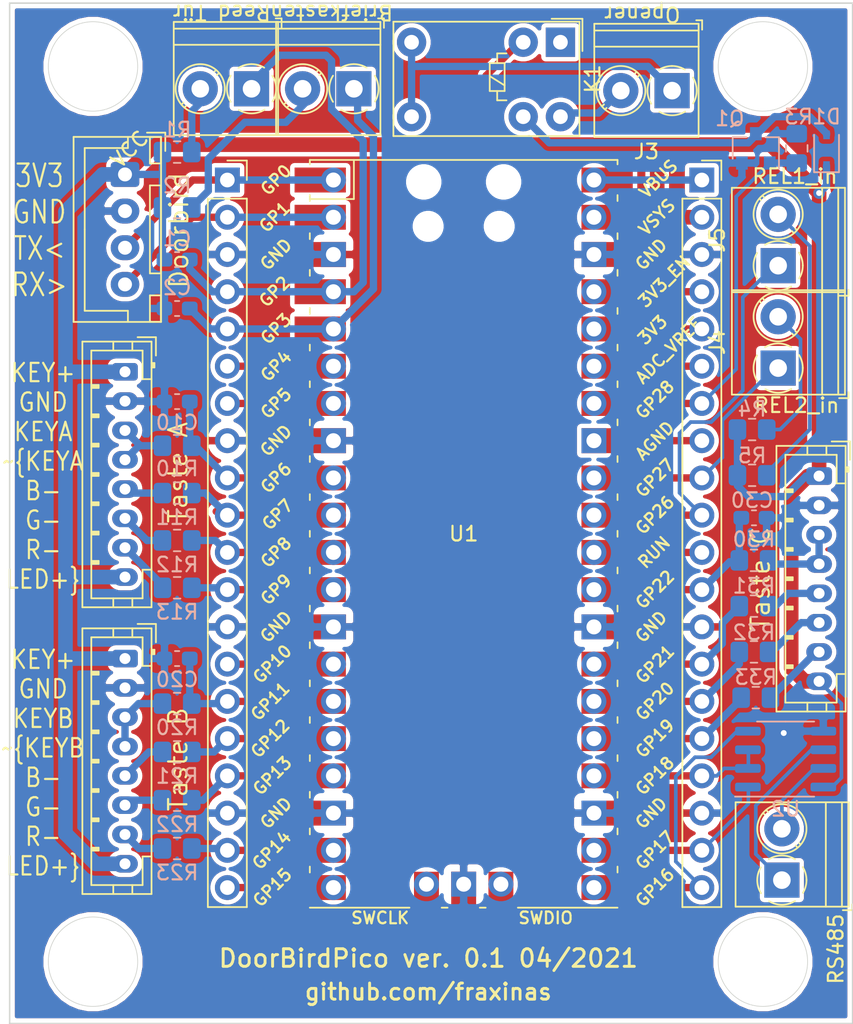
<source format=kicad_pcb>
(kicad_pcb (version 20171130) (host pcbnew 5.1.9)
  (layers (0 F.Cu signal hide) (31 B.Cu signal hide) (34 B.Paste user) (35 F.Paste user) (36 B.SilkS user) (37 F.SilkS user) (38 B.Mask user) (39 F.Mask user) (44 Edge.Cuts user))
  (net 0 "")
  (net 1 GND)
  (net 2 +3V3)
  (net 3 "Net-(J10-Pad5)")
  (net 4 "Net-(J10-Pad3)")
  (net 5 "Net-(U1-Pad43)")
  (net 6 "Net-(U1-Pad41)")
  (net 7 "Net-(C10-Pad2)")
  (net 8 "Net-(C20-Pad2)")
  (net 9 "Net-(J10-Pad6)")
  (net 10 "Net-(J10-Pad7)")
  (net 11 "Net-(C1-Pad1)")
  (net 12 "Net-(J1-Pad2)")
  (net 13 "Net-(J2-Pad2)")
  (net 14 "Net-(C2-Pad1)")
  (net 15 "Net-(J0-Pad4)")
  (net 16 "Net-(J0-Pad3)")
  (net 17 "Net-(J20-Pad7)")
  (net 18 "Net-(J20-Pad6)")
  (net 19 "Net-(J20-Pad5)")
  (net 20 "Net-(J20-Pad3)")
  (net 21 "Net-(C30-Pad1)")
  (net 22 "Net-(D1-Pad2)")
  (net 23 "Net-(J3-Pad2)")
  (net 24 "Net-(J3-Pad1)")
  (net 25 "Net-(J4-Pad2)")
  (net 26 "Net-(J4-Pad1)")
  (net 27 "Net-(J5-Pad2)")
  (net 28 "Net-(J5-Pad1)")
  (net 29 "Net-(J30-Pad7)")
  (net 30 "Net-(J30-Pad6)")
  (net 31 "Net-(J30-Pad5)")
  (net 32 "Net-(J30-Pad3)")
  (net 33 "Net-(J6-Pad2)")
  (net 34 "Net-(J6-Pad1)")
  (net 35 "Net-(J98-Pad20)")
  (net 36 "Net-(J98-Pad19)")
  (net 37 "Net-(J98-Pad17)")
  (net 38 "Net-(J98-Pad16)")
  (net 39 "Net-(J98-Pad15)")
  (net 40 "Net-(J98-Pad14)")
  (net 41 "Net-(J98-Pad11)")
  (net 42 "Net-(J98-Pad8)")
  (net 43 "Net-(J98-Pad7)")
  (net 44 "Net-(J98-Pad6)")
  (net 45 "Net-(J98-Pad5)")
  (net 46 "Net-(J98-Pad4)")
  (net 47 "Net-(J98-Pad1)")
  (net 48 "Net-(J99-Pad20)")
  (net 49 "Net-(J99-Pad19)")
  (net 50 "Net-(J99-Pad17)")
  (net 51 "Net-(J99-Pad16)")
  (net 52 "Net-(J99-Pad14)")
  (net 53 "Net-(J99-Pad12)")
  (net 54 "Net-(J99-Pad11)")
  (net 55 "Net-(J99-Pad10)")
  (net 56 "Net-(J99-Pad7)")
  (net 57 "Net-(J99-Pad6)")
  (module lib_includes:RPi_Pico_SMD_TH (layer F.Cu) (at 152.908 80.391)
    (fp_text reference U1 (at 0 0) (layer F.SilkS))
    (fp_text value PICO_RP2040)
    (fp_text user SWDIO (at 5.6 26.2) (layer F.SilkS) (effects (font (size 0.8 0.8))))
    (fp_text user SWCLK (at -5.7 26.2) (layer F.SilkS) (effects (font (size 0.8 0.8))))
    (fp_text user AGND (at 13.054 -6.35 45) (layer F.SilkS) (effects (font (size 0.8 0.8))))
    (fp_text user GND (at 12.8 -19.05 45) (layer F.SilkS) (effects (font (size 0.8 0.8))))
    (fp_text user GND (at 12.8 6.35 45) (layer F.SilkS) (effects (font (size 0.8 0.8))))
    (fp_text user GND (at 12.8 19.05 45) (layer F.SilkS) (effects (font (size 0.8 0.8))))
    (fp_text user GND (at -12.8 19.05 45) (layer F.SilkS) (effects (font (size 0.8 0.8))))
    (fp_text user GND (at -12.8 6.35 45) (layer F.SilkS) (effects (font (size 0.8 0.8))))
    (fp_text user GND (at -12.8 -6.35 45) (layer F.SilkS) (effects (font (size 0.8 0.8))))
    (fp_text user GND (at -12.8 -19.05 45) (layer F.SilkS) (effects (font (size 0.8 0.8))))
    (fp_text user VBUS (at 13.3 -24.2 45) (layer F.SilkS) (effects (font (size 0.8 0.8))))
    (fp_text user VSYS (at 13.2 -21.59 45) (layer F.SilkS) (effects (font (size 0.8 0.8))))
    (fp_text user 3V3_EN (at 13.7 -17.2 45) (layer F.SilkS) (effects (font (size 0.8 0.8))))
    (fp_text user 3V3 (at 12.9 -13.9 45) (layer F.SilkS) (effects (font (size 0.8 0.8))))
    (fp_text user ADC_VREF (at 14 -12.5 45) (layer F.SilkS) (effects (font (size 0.8 0.8))))
    (fp_text user GP28 (at 13.054 -9.144 45) (layer F.SilkS) (effects (font (size 0.8 0.8))))
    (fp_text user GP27 (at 13.054 -3.8 45) (layer F.SilkS) (effects (font (size 0.8 0.8))))
    (fp_text user GP26 (at 13.054 -1.27 45) (layer F.SilkS) (effects (font (size 0.8 0.8))))
    (fp_text user RUN (at 13 1.27 45) (layer F.SilkS) (effects (font (size 0.8 0.8))))
    (fp_text user GP22 (at 13.054 3.81 45) (layer F.SilkS) (effects (font (size 0.8 0.8))))
    (fp_text user GP21 (at 13.054 8.9 45) (layer F.SilkS) (effects (font (size 0.8 0.8))))
    (fp_text user GP20 (at 13.054 11.43 45) (layer F.SilkS) (effects (font (size 0.8 0.8))))
    (fp_text user GP19 (at 13.054 13.97 45) (layer F.SilkS) (effects (font (size 0.8 0.8))))
    (fp_text user GP18 (at 13.054 16.51 45) (layer F.SilkS) (effects (font (size 0.8 0.8))))
    (fp_text user GP17 (at 13.054 21.59 45) (layer F.SilkS) (effects (font (size 0.8 0.8))))
    (fp_text user GP16 (at 13.054 24.13 45) (layer F.SilkS) (effects (font (size 0.8 0.8))))
    (fp_text user GP15 (at -13.054 24.13 45) (layer F.SilkS) (effects (font (size 0.8 0.8))))
    (fp_text user GP14 (at -13.1 21.59 45) (layer F.SilkS) (effects (font (size 0.8 0.8))))
    (fp_text user GP13 (at -13.054 16.51 45) (layer F.SilkS) (effects (font (size 0.8 0.8))))
    (fp_text user GP12 (at -13.2 13.97 45) (layer F.SilkS) (effects (font (size 0.8 0.8))))
    (fp_text user GP11 (at -13.2 11.43 45) (layer F.SilkS) (effects (font (size 0.8 0.8))))
    (fp_text user GP10 (at -13.054 8.89 45) (layer F.SilkS) (effects (font (size 0.8 0.8))))
    (fp_text user GP9 (at -12.8 3.81 45) (layer F.SilkS) (effects (font (size 0.8 0.8))))
    (fp_text user GP8 (at -12.8 1.27 45) (layer F.SilkS) (effects (font (size 0.8 0.8))))
    (fp_text user GP7 (at -12.7 -1.3 45) (layer F.SilkS) (effects (font (size 0.8 0.8))))
    (fp_text user GP6 (at -12.8 -3.81 45) (layer F.SilkS) (effects (font (size 0.8 0.8))))
    (fp_text user GP5 (at -12.8 -8.89 45) (layer F.SilkS) (effects (font (size 0.8 0.8))))
    (fp_text user GP4 (at -12.8 -11.43 45) (layer F.SilkS) (effects (font (size 0.8 0.8))))
    (fp_text user GP3 (at -12.8 -13.97 45) (layer F.SilkS) (effects (font (size 0.8 0.8))))
    (fp_text user GP0 (at -12.8 -24.13 45) (layer F.SilkS) (effects (font (size 0.8 0.8))))
    (fp_text user GP2 (at -12.9 -16.51 45) (layer F.SilkS) (effects (font (size 0.8 0.8))))
    (fp_text user GP1 (at -12.9 -21.6 45) (layer F.SilkS) (effects (font (size 0.8 0.8))))
    (pad 43 thru_hole oval (at 2.54 23.9) (size 1.7 1.7) (drill 1.02) (layers *.Cu *.Mask) (net 5 "Net-(U1-Pad43)"))
    (pad 43 smd rect (at 2.54 23.9 90) (size 3.5 1.7) (drill (offset -0.9 0)) (layers F.Cu F.Mask) (net 5 "Net-(U1-Pad43)"))
    (pad 42 thru_hole rect (at 0 23.9) (size 1.7 1.7) (drill 1.02) (layers *.Cu *.Mask) (net 1 GND))
    (pad 42 smd rect (at 0 23.9 90) (size 3.5 1.7) (drill (offset -0.9 0)) (layers F.Cu F.Mask) (net 1 GND))
    (pad 41 thru_hole oval (at -2.54 23.9) (size 1.7 1.7) (drill 1.02) (layers *.Cu *.Mask) (net 6 "Net-(U1-Pad41)"))
    (pad 41 smd rect (at -2.54 23.9 90) (size 3.5 1.7) (drill (offset -0.9 0)) (layers F.Cu F.Mask) (net 6 "Net-(U1-Pad41)"))
    (pad "" np_thru_hole oval (at 2.425 -20.97) (size 1.5 1.5) (drill 1.5) (layers *.Cu *.Mask))
    (pad "" np_thru_hole oval (at -2.425 -20.97) (size 1.5 1.5) (drill 1.5) (layers *.Cu *.Mask))
    (pad "" np_thru_hole oval (at 2.725 -24) (size 1.8 1.8) (drill 1.8) (layers *.Cu *.Mask))
    (pad "" np_thru_hole oval (at -2.725 -24) (size 1.8 1.8) (drill 1.8) (layers *.Cu *.Mask))
    (pad 21 smd rect (at 8.89 24.13) (size 3.5 1.7) (drill (offset 0.9 0)) (layers F.Cu F.Mask) (net 35 "Net-(J98-Pad20)"))
    (pad 22 smd rect (at 8.89 21.59) (size 3.5 1.7) (drill (offset 0.9 0)) (layers F.Cu F.Mask) (net 36 "Net-(J98-Pad19)"))
    (pad 23 smd rect (at 8.89 19.05) (size 3.5 1.7) (drill (offset 0.9 0)) (layers F.Cu F.Mask) (net 1 GND))
    (pad 24 smd rect (at 8.89 16.51) (size 3.5 1.7) (drill (offset 0.9 0)) (layers F.Cu F.Mask) (net 37 "Net-(J98-Pad17)"))
    (pad 25 smd rect (at 8.89 13.97) (size 3.5 1.7) (drill (offset 0.9 0)) (layers F.Cu F.Mask) (net 38 "Net-(J98-Pad16)"))
    (pad 26 smd rect (at 8.89 11.43) (size 3.5 1.7) (drill (offset 0.9 0)) (layers F.Cu F.Mask) (net 39 "Net-(J98-Pad15)"))
    (pad 27 smd rect (at 8.89 8.89) (size 3.5 1.7) (drill (offset 0.9 0)) (layers F.Cu F.Mask) (net 40 "Net-(J98-Pad14)"))
    (pad 28 smd rect (at 8.89 6.35) (size 3.5 1.7) (drill (offset 0.9 0)) (layers F.Cu F.Mask) (net 1 GND))
    (pad 29 smd rect (at 8.89 3.81) (size 3.5 1.7) (drill (offset 0.9 0)) (layers F.Cu F.Mask) (net 21 "Net-(C30-Pad1)"))
    (pad 30 smd rect (at 8.89 1.27) (size 3.5 1.7) (drill (offset 0.9 0)) (layers F.Cu F.Mask) (net 41 "Net-(J98-Pad11)"))
    (pad 31 smd rect (at 8.89 -1.27) (size 3.5 1.7) (drill (offset 0.9 0)) (layers F.Cu F.Mask) (net 28 "Net-(J5-Pad1)"))
    (pad 32 smd rect (at 8.89 -3.81) (size 3.5 1.7) (drill (offset 0.9 0)) (layers F.Cu F.Mask) (net 26 "Net-(J4-Pad1)"))
    (pad 33 smd rect (at 8.89 -6.35) (size 3.5 1.7) (drill (offset 0.9 0)) (layers F.Cu F.Mask) (net 42 "Net-(J98-Pad8)"))
    (pad 34 smd rect (at 8.89 -8.89) (size 3.5 1.7) (drill (offset 0.9 0)) (layers F.Cu F.Mask) (net 43 "Net-(J98-Pad7)"))
    (pad 35 smd rect (at 8.89 -11.43) (size 3.5 1.7) (drill (offset 0.9 0)) (layers F.Cu F.Mask) (net 44 "Net-(J98-Pad6)"))
    (pad 36 smd rect (at 8.89 -13.97) (size 3.5 1.7) (drill (offset 0.9 0)) (layers F.Cu F.Mask) (net 45 "Net-(J98-Pad5)"))
    (pad 37 smd rect (at 8.89 -16.51) (size 3.5 1.7) (drill (offset 0.9 0)) (layers F.Cu F.Mask) (net 46 "Net-(J98-Pad4)"))
    (pad 38 smd rect (at 8.89 -19.05) (size 3.5 1.7) (drill (offset 0.9 0)) (layers F.Cu F.Mask) (net 1 GND))
    (pad 39 smd rect (at 8.89 -21.59) (size 3.5 1.7) (drill (offset 0.9 0)) (layers F.Cu F.Mask) (net 2 +3V3))
    (pad 40 smd rect (at 8.89 -24.13) (size 3.5 1.7) (drill (offset 0.9 0)) (layers F.Cu F.Mask) (net 47 "Net-(J98-Pad1)"))
    (pad 20 smd rect (at -8.89 24.13) (size 3.5 1.7) (drill (offset -0.9 0)) (layers F.Cu F.Mask) (net 48 "Net-(J99-Pad20)"))
    (pad 19 smd rect (at -8.89 21.59) (size 3.5 1.7) (drill (offset -0.9 0)) (layers F.Cu F.Mask) (net 49 "Net-(J99-Pad19)"))
    (pad 18 smd rect (at -8.89 19.05) (size 3.5 1.7) (drill (offset -0.9 0)) (layers F.Cu F.Mask) (net 1 GND))
    (pad 17 smd rect (at -8.89 16.51) (size 3.5 1.7) (drill (offset -0.9 0)) (layers F.Cu F.Mask) (net 50 "Net-(J99-Pad17)"))
    (pad 16 smd rect (at -8.89 13.97) (size 3.5 1.7) (drill (offset -0.9 0)) (layers F.Cu F.Mask) (net 51 "Net-(J99-Pad16)"))
    (pad 15 smd rect (at -8.89 11.43) (size 3.5 1.7) (drill (offset -0.9 0)) (layers F.Cu F.Mask) (net 8 "Net-(C20-Pad2)"))
    (pad 14 smd rect (at -8.89 8.89) (size 3.5 1.7) (drill (offset -0.9 0)) (layers F.Cu F.Mask) (net 52 "Net-(J99-Pad14)"))
    (pad 13 smd rect (at -8.89 6.35) (size 3.5 1.7) (drill (offset -0.9 0)) (layers F.Cu F.Mask) (net 1 GND))
    (pad 12 smd rect (at -8.89 3.81) (size 3.5 1.7) (drill (offset -0.9 0)) (layers F.Cu F.Mask) (net 53 "Net-(J99-Pad12)"))
    (pad 11 smd rect (at -8.89 1.27) (size 3.5 1.7) (drill (offset -0.9 0)) (layers F.Cu F.Mask) (net 54 "Net-(J99-Pad11)"))
    (pad 10 smd rect (at -8.89 -1.27) (size 3.5 1.7) (drill (offset -0.9 0)) (layers F.Cu F.Mask) (net 55 "Net-(J99-Pad10)"))
    (pad 9 smd rect (at -8.89 -3.81) (size 3.5 1.7) (drill (offset -0.9 0)) (layers F.Cu F.Mask) (net 7 "Net-(C10-Pad2)"))
    (pad 8 smd rect (at -8.89 -6.35) (size 3.5 1.7) (drill (offset -0.9 0)) (layers F.Cu F.Mask) (net 1 GND))
    (pad 7 smd rect (at -8.89 -8.89) (size 3.5 1.7) (drill (offset -0.9 0)) (layers F.Cu F.Mask) (net 56 "Net-(J99-Pad7)"))
    (pad 6 smd rect (at -8.89 -11.43) (size 3.5 1.7) (drill (offset -0.9 0)) (layers F.Cu F.Mask) (net 57 "Net-(J99-Pad6)"))
    (pad 5 smd rect (at -8.89 -13.97) (size 3.5 1.7) (drill (offset -0.9 0)) (layers F.Cu F.Mask) (net 14 "Net-(C2-Pad1)"))
    (pad 4 smd rect (at -8.89 -16.51) (size 3.5 1.7) (drill (offset -0.9 0)) (layers F.Cu F.Mask) (net 11 "Net-(C1-Pad1)"))
    (pad 3 smd rect (at -8.89 -19.05) (size 3.5 1.7) (drill (offset -0.9 0)) (layers F.Cu F.Mask) (net 1 GND))
    (pad 2 smd rect (at -8.89 -21.59) (size 3.5 1.7) (drill (offset -0.9 0)) (layers F.Cu F.Mask) (net 15 "Net-(J0-Pad4)"))
    (pad 1 smd rect (at -8.89 -24.13) (size 3.5 1.7) (drill (offset -0.9 0)) (layers F.Cu F.Mask) (net 16 "Net-(J0-Pad3)"))
    (pad 40 thru_hole oval (at 8.89 -24.13) (size 1.7 1.7) (drill 1.02) (layers *.Cu *.Mask) (net 47 "Net-(J98-Pad1)"))
    (pad 39 thru_hole oval (at 8.89 -21.59) (size 1.7 1.7) (drill 1.02) (layers *.Cu *.Mask) (net 2 +3V3))
    (pad 38 thru_hole rect (at 8.89 -19.05) (size 1.7 1.7) (drill 1.02) (layers *.Cu *.Mask) (net 1 GND))
    (pad 37 thru_hole oval (at 8.89 -16.51) (size 1.7 1.7) (drill 1.02) (layers *.Cu *.Mask) (net 46 "Net-(J98-Pad4)"))
    (pad 36 thru_hole oval (at 8.89 -13.97) (size 1.7 1.7) (drill 1.02) (layers *.Cu *.Mask) (net 45 "Net-(J98-Pad5)"))
    (pad 35 thru_hole oval (at 8.89 -11.43) (size 1.7 1.7) (drill 1.02) (layers *.Cu *.Mask) (net 44 "Net-(J98-Pad6)"))
    (pad 34 thru_hole oval (at 8.89 -8.89) (size 1.7 1.7) (drill 1.02) (layers *.Cu *.Mask) (net 43 "Net-(J98-Pad7)"))
    (pad 33 thru_hole rect (at 8.89 -6.35) (size 1.7 1.7) (drill 1.02) (layers *.Cu *.Mask) (net 42 "Net-(J98-Pad8)"))
    (pad 32 thru_hole oval (at 8.89 -3.81) (size 1.7 1.7) (drill 1.02) (layers *.Cu *.Mask) (net 26 "Net-(J4-Pad1)"))
    (pad 31 thru_hole oval (at 8.89 -1.27) (size 1.7 1.7) (drill 1.02) (layers *.Cu *.Mask) (net 28 "Net-(J5-Pad1)"))
    (pad 30 thru_hole oval (at 8.89 1.27) (size 1.7 1.7) (drill 1.02) (layers *.Cu *.Mask) (net 41 "Net-(J98-Pad11)"))
    (pad 29 thru_hole oval (at 8.89 3.81) (size 1.7 1.7) (drill 1.02) (layers *.Cu *.Mask) (net 21 "Net-(C30-Pad1)"))
    (pad 28 thru_hole rect (at 8.89 6.35) (size 1.7 1.7) (drill 1.02) (layers *.Cu *.Mask) (net 1 GND))
    (pad 27 thru_hole oval (at 8.89 8.89) (size 1.7 1.7) (drill 1.02) (layers *.Cu *.Mask) (net 40 "Net-(J98-Pad14)"))
    (pad 26 thru_hole oval (at 8.89 11.43) (size 1.7 1.7) (drill 1.02) (layers *.Cu *.Mask) (net 39 "Net-(J98-Pad15)"))
    (pad 25 thru_hole oval (at 8.89 13.97) (size 1.7 1.7) (drill 1.02) (layers *.Cu *.Mask) (net 38 "Net-(J98-Pad16)"))
    (pad 24 thru_hole oval (at 8.89 16.51) (size 1.7 1.7) (drill 1.02) (layers *.Cu *.Mask) (net 37 "Net-(J98-Pad17)"))
    (pad 23 thru_hole rect (at 8.89 19.05) (size 1.7 1.7) (drill 1.02) (layers *.Cu *.Mask) (net 1 GND))
    (pad 22 thru_hole oval (at 8.89 21.59) (size 1.7 1.7) (drill 1.02) (layers *.Cu *.Mask) (net 36 "Net-(J98-Pad19)"))
    (pad 21 thru_hole oval (at 8.89 24.13) (size 1.7 1.7) (drill 1.02) (layers *.Cu *.Mask) (net 35 "Net-(J98-Pad20)"))
    (pad 20 thru_hole oval (at -8.89 24.13) (size 1.7 1.7) (drill 1.02) (layers *.Cu *.Mask) (net 48 "Net-(J99-Pad20)"))
    (pad 19 thru_hole oval (at -8.89 21.59) (size 1.7 1.7) (drill 1.02) (layers *.Cu *.Mask) (net 49 "Net-(J99-Pad19)"))
    (pad 18 thru_hole rect (at -8.89 19.05) (size 1.7 1.7) (drill 1.02) (layers *.Cu *.Mask) (net 1 GND))
    (pad 17 thru_hole oval (at -8.89 16.51) (size 1.7 1.7) (drill 1.02) (layers *.Cu *.Mask) (net 50 "Net-(J99-Pad17)"))
    (pad 16 thru_hole oval (at -8.89 13.97) (size 1.7 1.7) (drill 1.02) (layers *.Cu *.Mask) (net 51 "Net-(J99-Pad16)"))
    (pad 15 thru_hole oval (at -8.89 11.43) (size 1.7 1.7) (drill 1.02) (layers *.Cu *.Mask) (net 8 "Net-(C20-Pad2)"))
    (pad 14 thru_hole oval (at -8.89 8.89) (size 1.7 1.7) (drill 1.02) (layers *.Cu *.Mask) (net 52 "Net-(J99-Pad14)"))
    (pad 13 thru_hole rect (at -8.89 6.35) (size 1.7 1.7) (drill 1.02) (layers *.Cu *.Mask) (net 1 GND))
    (pad 12 thru_hole oval (at -8.89 3.81) (size 1.7 1.7) (drill 1.02) (layers *.Cu *.Mask) (net 53 "Net-(J99-Pad12)"))
    (pad 11 thru_hole oval (at -8.89 1.27) (size 1.7 1.7) (drill 1.02) (layers *.Cu *.Mask) (net 54 "Net-(J99-Pad11)"))
    (pad 10 thru_hole oval (at -8.89 -1.27) (size 1.7 1.7) (drill 1.02) (layers *.Cu *.Mask) (net 55 "Net-(J99-Pad10)"))
    (pad 9 thru_hole oval (at -8.89 -3.81) (size 1.7 1.7) (drill 1.02) (layers *.Cu *.Mask) (net 7 "Net-(C10-Pad2)"))
    (pad 8 thru_hole rect (at -8.89 -6.35) (size 1.7 1.7) (drill 1.02) (layers *.Cu *.Mask) (net 1 GND))
    (pad 7 thru_hole oval (at -8.89 -8.89) (size 1.7 1.7) (drill 1.02) (layers *.Cu *.Mask) (net 56 "Net-(J99-Pad7)"))
    (pad 6 thru_hole oval (at -8.89 -11.43) (size 1.7 1.7) (drill 1.02) (layers *.Cu *.Mask) (net 57 "Net-(J99-Pad6)"))
    (pad 5 thru_hole oval (at -8.89 -13.97) (size 1.7 1.7) (drill 1.02) (layers *.Cu *.Mask) (net 14 "Net-(C2-Pad1)"))
    (pad 4 thru_hole oval (at -8.89 -16.51) (size 1.7 1.7) (drill 1.02) (layers *.Cu *.Mask) (net 11 "Net-(C1-Pad1)"))
    (pad 3 thru_hole rect (at -8.89 -19.05) (size 1.7 1.7) (drill 1.02) (layers *.Cu *.Mask) (net 1 GND))
    (pad 2 thru_hole oval (at -8.89 -21.59) (size 1.7 1.7) (drill 1.02) (layers *.Cu *.Mask) (net 15 "Net-(J0-Pad4)"))
    (pad 1 thru_hole oval (at -8.89 -24.13) (size 1.7 1.7) (drill 1.02) (layers *.Cu *.Mask) (net 16 "Net-(J0-Pad3)"))
  )
  (module Package_SO:SO-8_3.9x4.9mm_P1.27mm (layer B.Cu) (at 174.879 95.758)
    (fp_text reference U2 (at 0 3.4) (layer B.SilkS) (effects (justify mirror)))
    (fp_text value MAX3485)
    (pad 1 smd roundrect (at -2.575 1.905) (size 1.75 0.6) (layers B.Cu B.Paste B.Mask) (net 36 "Net-(J98-Pad19)"))
    (pad 2 smd roundrect (at -2.575 0.635) (size 1.75 0.6) (layers B.Cu B.Paste B.Mask) (net 37 "Net-(J98-Pad17)"))
    (pad 3 smd roundrect (at -2.575 -0.635) (size 1.75 0.6) (layers B.Cu B.Paste B.Mask) (net 37 "Net-(J98-Pad17)"))
    (pad 4 smd roundrect (at -2.575 -1.905) (size 1.75 0.6) (layers B.Cu B.Paste B.Mask) (net 35 "Net-(J98-Pad20)"))
    (pad 5 smd roundrect (at 2.575 -1.905) (size 1.75 0.6) (layers B.Cu B.Paste B.Mask) (net 1 GND))
    (pad 6 smd roundrect (at 2.575 -0.635) (size 1.75 0.6) (layers B.Cu B.Paste B.Mask) (net 34 "Net-(J6-Pad1)"))
    (pad 7 smd roundrect (at 2.575 0.635) (size 1.75 0.6) (layers B.Cu B.Paste B.Mask) (net 33 "Net-(J6-Pad2)"))
    (pad 8 smd roundrect (at 2.575 1.905) (size 1.75 0.6) (layers B.Cu B.Paste B.Mask) (net 2 +3V3))
  )
  (module TerminalBlock_Phoenix:TerminalBlock_Phoenix_PT-1,5-2-3.5-H_1x02_P3.50mm_Horizontal (layer F.Cu) (at 174.625 104.013 90)
    (fp_text reference J6 hide)
    (fp_text value RS485 (at -4.699 3.683 90) (layer F.SilkS))
    (pad 1 thru_hole rect (at 0 0 90) (size 2.4 2.4) (drill 1.2) (layers *.Cu *.Mask) (net 34 "Net-(J6-Pad1)"))
    (pad 2 thru_hole circle (at 3.5 0 90) (size 2.4 2.4) (drill 1.2) (layers *.Cu *.Mask) (net 33 "Net-(J6-Pad2)"))
  )
  (module Resistor_SMD:R_0805_2012Metric_Pad1.20x1.40mm_HandSolder (layer B.Cu) (at 172.847 91.567 180)
    (fp_text reference R33 (at 0 1.397) (layer B.SilkS) (effects (justify mirror)))
    (fp_text value 82R)
    (pad 1 smd roundrect (at -1 0 180) (size 1.2 1.4) (layers B.Cu B.Paste B.Mask) (roundrect_rratio 0.208333) (net 29 "Net-(J30-Pad7)"))
    (pad 2 smd roundrect (at 1 0 180) (size 1.2 1.4) (layers B.Cu B.Paste B.Mask) (roundrect_rratio 0.208333) (net 38 "Net-(J98-Pad16)"))
  )
  (module Resistor_SMD:R_0805_2012Metric_Pad1.20x1.40mm_HandSolder (layer B.Cu) (at 172.72 88.445665 180)
    (fp_text reference R32 (at 0 1.323665) (layer B.SilkS) (effects (justify mirror)))
    (fp_text value 68R)
    (pad 1 smd roundrect (at -1 0 180) (size 1.2 1.4) (layers B.Cu B.Paste B.Mask) (roundrect_rratio 0.208333) (net 30 "Net-(J30-Pad6)"))
    (pad 2 smd roundrect (at 1 0 180) (size 1.2 1.4) (layers B.Cu B.Paste B.Mask) (roundrect_rratio 0.208333) (net 39 "Net-(J98-Pad15)"))
  )
  (module Resistor_SMD:R_0805_2012Metric_Pad1.20x1.40mm_HandSolder (layer B.Cu) (at 172.72 85.324332 180)
    (fp_text reference R31 (at 0 1.377332) (layer B.SilkS) (effects (justify mirror)))
    (fp_text value 22R)
    (pad 1 smd roundrect (at -1 0 180) (size 1.2 1.4) (layers B.Cu B.Paste B.Mask) (roundrect_rratio 0.208333) (net 31 "Net-(J30-Pad5)"))
    (pad 2 smd roundrect (at 1 0 180) (size 1.2 1.4) (layers B.Cu B.Paste B.Mask) (roundrect_rratio 0.208333) (net 40 "Net-(J98-Pad14)"))
  )
  (module Resistor_SMD:R_0805_2012Metric_Pad1.20x1.40mm_HandSolder (layer B.Cu) (at 172.72 82.202999)
    (fp_text reference R30 (at 0 -1.430999) (layer B.SilkS) (effects (justify mirror)))
    (fp_text value 12k)
    (pad 1 smd roundrect (at -1 0) (size 1.2 1.4) (layers B.Cu B.Paste B.Mask) (roundrect_rratio 0.208333) (net 21 "Net-(C30-Pad1)"))
    (pad 2 smd roundrect (at 1 0) (size 1.2 1.4) (layers B.Cu B.Paste B.Mask) (roundrect_rratio 0.208333) (net 32 "Net-(J30-Pad3)"))
  )
  (module Resistor_SMD:R_0805_2012Metric_Pad1.20x1.40mm_HandSolder (layer B.Cu) (at 172.593 76.400333 180)
    (fp_text reference R5 (at 0 1.343333) (layer B.SilkS) (effects (justify mirror)))
    (fp_text value 68k)
    (pad 1 smd roundrect (at -1 0 180) (size 1.2 1.4) (layers B.Cu B.Paste B.Mask) (roundrect_rratio 0.208333) (net 27 "Net-(J5-Pad2)"))
    (pad 2 smd roundrect (at 1 0 180) (size 1.2 1.4) (layers B.Cu B.Paste B.Mask) (roundrect_rratio 0.208333) (net 2 +3V3))
  )
  (module Resistor_SMD:R_0805_2012Metric_Pad1.20x1.40mm_HandSolder (layer B.Cu) (at 172.593 73.279 180)
    (fp_text reference R4 (at 0 1.397) (layer B.SilkS) (effects (justify mirror)))
    (fp_text value 68k)
    (pad 2 smd roundrect (at 1 0 180) (size 1.2 1.4) (layers B.Cu B.Paste B.Mask) (roundrect_rratio 0.208333) (net 2 +3V3))
    (pad 1 smd roundrect (at -1 0 180) (size 1.2 1.4) (layers B.Cu B.Paste B.Mask) (roundrect_rratio 0.208333) (net 25 "Net-(J4-Pad2)"))
  )
  (module Resistor_SMD:R_0805_2012Metric_Pad1.20x1.40mm_HandSolder (layer B.Cu) (at 175.641 54.102 90)
    (fp_text reference R3 (at 2.159 0.127 180) (layer B.SilkS) (effects (justify mirror)))
    (fp_text value 68k)
    (pad 1 smd roundrect (at -1 0 90) (size 1.2 1.4) (layers B.Cu B.Paste B.Mask) (roundrect_rratio 0.208333) (net 43 "Net-(J98-Pad7)"))
    (pad 2 smd roundrect (at 1 0 90) (size 1.2 1.4) (layers B.Cu B.Paste B.Mask) (roundrect_rratio 0.208333) (net 1 GND))
  )
  (module Package_TO_SOT_SMD:SOT-23 (layer B.Cu) (at 172.847 54.102 90)
    (fp_text reference Q1 (at 2.032 -1.778 180) (layer B.SilkS) (effects (justify mirror)))
    (fp_text value AO3400A)
    (pad 1 smd rect (at -1 0.95 90) (size 0.9 0.8) (layers B.Cu B.Paste B.Mask) (net 43 "Net-(J98-Pad7)"))
    (pad 2 smd rect (at -1 -0.95 90) (size 0.9 0.8) (layers B.Cu B.Paste B.Mask) (net 1 GND))
    (pad 3 smd rect (at 1 0 90) (size 0.9 0.8) (layers B.Cu B.Paste B.Mask) (net 22 "Net-(D1-Pad2)"))
  )
  (module Relay_THT:Relay_SPDT_Omron_G5V-1 (layer F.Cu) (at 159.512 46.863 270)
    (fp_text reference K1 (at 2.5 -2.2 90) (layer F.SilkS))
    (fp_text value G5V-1)
    (pad 10 thru_hole circle (at 5.08 0 270) (size 2 2) (drill 1) (layers *.Cu *.Mask) (net 23 "Net-(J3-Pad2)"))
    (pad 9 thru_hole circle (at 5.08 2.54 270) (size 2 2) (drill 1) (layers *.Cu *.Mask) (net 22 "Net-(D1-Pad2)"))
    (pad 1 thru_hole rect (at 0 0 270) (size 2 2) (drill 1) (layers *.Cu *.Mask))
    (pad 2 thru_hole circle (at 0 2.54 270) (size 2 2) (drill 1) (layers *.Cu *.Mask) (net 2 +3V3))
    (pad 6 thru_hole circle (at 5.08 10.16 270) (size 2 2) (drill 1) (layers *.Cu *.Mask) (net 24 "Net-(J3-Pad1)"))
    (pad 5 thru_hole circle (at 0 10.16 270) (size 2 2) (drill 1) (layers *.Cu *.Mask) (net 24 "Net-(J3-Pad1)"))
  )
  (module Connector_JST:JST_PH_B8B-PH-K_1x08_P2.00mm_Vertical (layer F.Cu) (at 177.165 76.454 270)
    (fp_text reference J30 hide)
    (fp_text value "Taste C" (at 7 4 90) (layer F.SilkS) (effects (font (size 1.25 1.25))))
    (pad 1 thru_hole roundrect (at 0 0 270) (size 1.2 1.75) (drill 0.75) (layers *.Cu *.Mask) (roundrect_rratio 0.208333) (net 2 +3V3))
    (pad 2 thru_hole oval (at 2 0 270) (size 1.2 1.75) (drill 0.75) (layers *.Cu *.Mask) (net 1 GND))
    (pad 3 thru_hole oval (at 4 0 270) (size 1.2 1.75) (drill 0.75) (layers *.Cu *.Mask) (net 32 "Net-(J30-Pad3)"))
    (pad 4 thru_hole oval (at 6 0 270) (size 1.2 1.75) (drill 0.75) (layers *.Cu *.Mask) (net 32 "Net-(J30-Pad3)"))
    (pad 5 thru_hole oval (at 8 0 270) (size 1.2 1.75) (drill 0.75) (layers *.Cu *.Mask) (net 31 "Net-(J30-Pad5)"))
    (pad 6 thru_hole oval (at 10 0 270) (size 1.2 1.75) (drill 0.75) (layers *.Cu *.Mask) (net 30 "Net-(J30-Pad6)"))
    (pad 7 thru_hole oval (at 12 0 270) (size 1.2 1.75) (drill 0.75) (layers *.Cu *.Mask) (net 29 "Net-(J30-Pad7)"))
    (pad 8 thru_hole oval (at 14 0 270) (size 1.2 1.75) (drill 0.75) (layers *.Cu *.Mask) (net 2 +3V3))
  )
  (module TerminalBlock_Phoenix:TerminalBlock_Phoenix_PT-1,5-2-3.5-H_1x02_P3.50mm_Horizontal (layer F.Cu) (at 174.371 62.103 90)
    (fp_text reference J5 (at 1.75 -4.16 90) (layer F.SilkS))
    (fp_text value REL2_in (at -9.525 1.27 180) (layer F.SilkS))
    (pad 1 thru_hole rect (at 0 0 90) (size 2.4 2.4) (drill 1.2) (layers *.Cu *.Mask) (net 28 "Net-(J5-Pad1)"))
    (pad 2 thru_hole circle (at 3.5 0 90) (size 2.4 2.4) (drill 1.2) (layers *.Cu *.Mask) (net 27 "Net-(J5-Pad2)"))
  )
  (module TerminalBlock_Phoenix:TerminalBlock_Phoenix_PT-1,5-2-3.5-H_1x02_P3.50mm_Horizontal (layer F.Cu) (at 174.371 69.088 90)
    (fp_text reference J4 (at 1.75 -4.16 90) (layer F.SilkS))
    (fp_text value REL1_in (at 13.081 1.143 180) (layer F.SilkS))
    (pad 2 thru_hole circle (at 3.5 0 90) (size 2.4 2.4) (drill 1.2) (layers *.Cu *.Mask) (net 25 "Net-(J4-Pad2)"))
    (pad 1 thru_hole rect (at 0 0 90) (size 2.4 2.4) (drill 1.2) (layers *.Cu *.Mask) (net 26 "Net-(J4-Pad1)"))
  )
  (module TerminalBlock_Phoenix:TerminalBlock_Phoenix_PT-1,5-2-3.5-H_1x02_P3.50mm_Horizontal (layer F.Cu) (at 167.132 50.165 180)
    (fp_text reference J3 (at 1.75 -4.16) (layer F.SilkS))
    (fp_text value Relay_Opener hide)
    (pad 1 thru_hole rect (at 0 0 180) (size 2.4 2.4) (drill 1.2) (layers *.Cu *.Mask) (net 24 "Net-(J3-Pad1)"))
    (pad 2 thru_hole circle (at 3.5 0 180) (size 2.4 2.4) (drill 1.2) (layers *.Cu *.Mask) (net 23 "Net-(J3-Pad2)"))
  )
  (module Diode_SMD:D_SOD-323 (layer B.Cu) (at 177.673 54.229 90)
    (fp_text reference D1 (at 2.286 0 180) (layer B.SilkS) (effects (justify mirror)))
    (fp_text value 1N4148WS)
    (pad 1 smd rect (at -1.05 0 90) (size 0.6 0.45) (layers B.Cu B.Paste B.Mask) (net 2 +3V3))
    (pad 2 smd rect (at 1.05 0 90) (size 0.6 0.45) (layers B.Cu B.Paste B.Mask) (net 22 "Net-(D1-Pad2)"))
  )
  (module Capacitor_SMD:C_0603_1608Metric_Pad1.08x0.95mm_HandSolder (layer B.Cu) (at 172.72 79.301666)
    (fp_text reference C30 (at -0.127 -1.196666) (layer B.SilkS) (effects (justify mirror)))
    (fp_text value 22nF)
    (pad 1 smd roundrect (at -0.8625 0) (size 1.075 0.95) (layers B.Cu B.Paste B.Mask) (net 21 "Net-(C30-Pad1)"))
    (pad 2 smd roundrect (at 0.8625 0) (size 1.075 0.95) (layers B.Cu B.Paste B.Mask) (net 1 GND))
  )
  (module Connector_PinSocket_2.54mm:PinSocket_1x20_P2.54mm_Vertical (layer F.Cu) (at 169.164 56.261)
    (fp_text reference J98 hide)
    (fp_text value Conn_01x20 hide)
    (pad 1 thru_hole rect (at 0 0) (size 1.7 1.7) (drill 1) (layers *.Cu *.Mask) (net 47 "Net-(J98-Pad1)"))
    (pad 2 thru_hole oval (at 0 2.54) (size 1.7 1.7) (drill 1) (layers *.Cu *.Mask) (net 2 +3V3))
    (pad 3 thru_hole oval (at 0 5.08) (size 1.7 1.7) (drill 1) (layers *.Cu *.Mask) (net 1 GND))
    (pad 4 thru_hole oval (at 0 7.62) (size 1.7 1.7) (drill 1) (layers *.Cu *.Mask) (net 46 "Net-(J98-Pad4)"))
    (pad 5 thru_hole oval (at 0 10.16) (size 1.7 1.7) (drill 1) (layers *.Cu *.Mask) (net 45 "Net-(J98-Pad5)"))
    (pad 6 thru_hole oval (at 0 12.7) (size 1.7 1.7) (drill 1) (layers *.Cu *.Mask) (net 44 "Net-(J98-Pad6)"))
    (pad 7 thru_hole oval (at 0 15.24) (size 1.7 1.7) (drill 1) (layers *.Cu *.Mask) (net 43 "Net-(J98-Pad7)"))
    (pad 8 thru_hole oval (at 0 17.78) (size 1.7 1.7) (drill 1) (layers *.Cu *.Mask) (net 42 "Net-(J98-Pad8)"))
    (pad 9 thru_hole oval (at 0 20.32) (size 1.7 1.7) (drill 1) (layers *.Cu *.Mask) (net 26 "Net-(J4-Pad1)"))
    (pad 10 thru_hole oval (at 0 22.86) (size 1.7 1.7) (drill 1) (layers *.Cu *.Mask) (net 28 "Net-(J5-Pad1)"))
    (pad 11 thru_hole oval (at 0 25.4) (size 1.7 1.7) (drill 1) (layers *.Cu *.Mask) (net 41 "Net-(J98-Pad11)"))
    (pad 12 thru_hole oval (at 0 27.94) (size 1.7 1.7) (drill 1) (layers *.Cu *.Mask) (net 21 "Net-(C30-Pad1)"))
    (pad 13 thru_hole oval (at 0 30.48) (size 1.7 1.7) (drill 1) (layers *.Cu *.Mask) (net 1 GND))
    (pad 14 thru_hole oval (at 0 33.02) (size 1.7 1.7) (drill 1) (layers *.Cu *.Mask) (net 40 "Net-(J98-Pad14)"))
    (pad 15 thru_hole oval (at 0 35.56) (size 1.7 1.7) (drill 1) (layers *.Cu *.Mask) (net 39 "Net-(J98-Pad15)"))
    (pad 16 thru_hole oval (at 0 38.1) (size 1.7 1.7) (drill 1) (layers *.Cu *.Mask) (net 38 "Net-(J98-Pad16)"))
    (pad 17 thru_hole oval (at 0 40.64) (size 1.7 1.7) (drill 1) (layers *.Cu *.Mask) (net 37 "Net-(J98-Pad17)"))
    (pad 18 thru_hole oval (at 0 43.18) (size 1.7 1.7) (drill 1) (layers *.Cu *.Mask) (net 1 GND))
    (pad 19 thru_hole oval (at 0 45.72) (size 1.7 1.7) (drill 1) (layers *.Cu *.Mask) (net 36 "Net-(J98-Pad19)"))
    (pad 20 thru_hole oval (at 0 48.26) (size 1.7 1.7) (drill 1) (layers *.Cu *.Mask) (net 35 "Net-(J98-Pad20)"))
  )
  (module Connector_JST:JST_PH_B8B-PH-K_1x08_P2.00mm_Vertical (layer F.Cu) (at 129.794 69.342 270)
    (fp_text reference J10 hide)
    (fp_text value "Taste A" (at 6.873 -3.62 90) (layer F.SilkS) (effects (font (size 1.25 1.25))))
    (pad 1 thru_hole roundrect (at 0 0 270) (size 1.2 1.75) (drill 0.75) (layers *.Cu *.Mask) (roundrect_rratio 0.208333) (net 2 +3V3))
    (pad 2 thru_hole oval (at 2 0 270) (size 1.2 1.75) (drill 0.75) (layers *.Cu *.Mask) (net 1 GND))
    (pad 3 thru_hole oval (at 4 0 270) (size 1.2 1.75) (drill 0.75) (layers *.Cu *.Mask) (net 4 "Net-(J10-Pad3)"))
    (pad 4 thru_hole oval (at 6 0 270) (size 1.2 1.75) (drill 0.75) (layers *.Cu *.Mask) (net 4 "Net-(J10-Pad3)"))
    (pad 5 thru_hole oval (at 8 0 270) (size 1.2 1.75) (drill 0.75) (layers *.Cu *.Mask) (net 3 "Net-(J10-Pad5)"))
    (pad 6 thru_hole oval (at 10 0 270) (size 1.2 1.75) (drill 0.75) (layers *.Cu *.Mask) (net 9 "Net-(J10-Pad6)"))
    (pad 7 thru_hole oval (at 12 0 270) (size 1.2 1.75) (drill 0.75) (layers *.Cu *.Mask) (net 10 "Net-(J10-Pad7)"))
    (pad 8 thru_hole oval (at 14 0 270) (size 1.2 1.75) (drill 0.75) (layers *.Cu *.Mask) (net 2 +3V3))
  )
  (module TerminalBlock_Phoenix:TerminalBlock_Phoenix_PT-1,5-2-3.5-H_1x02_P3.50mm_Horizontal (layer F.Cu) (at 145.415 50.038 180)
    (fp_text reference J2 hide)
    (fp_text value Reed_Briefkasten hide)
    (pad 1 thru_hole rect (at 0 0 180) (size 2.4 2.4) (drill 1.2) (layers *.Cu *.Mask) (net 14 "Net-(C2-Pad1)"))
    (pad 2 thru_hole circle (at 3.5 0 180) (size 2.4 2.4) (drill 1.2) (layers *.Cu *.Mask) (net 13 "Net-(J2-Pad2)"))
  )
  (module TerminalBlock_Phoenix:TerminalBlock_Phoenix_PT-1,5-2-3.5-H_1x02_P3.50mm_Horizontal (layer F.Cu) (at 138.43 50.038 180)
    (fp_text reference J1 hide)
    (fp_text value Reed_Door hide)
    (pad 1 thru_hole rect (at 0 0 180) (size 2.4 2.4) (drill 1.2) (layers *.Cu *.Mask) (net 11 "Net-(C1-Pad1)"))
    (pad 2 thru_hole circle (at 3.5 0 180) (size 2.4 2.4) (drill 1.2) (layers *.Cu *.Mask) (net 12 "Net-(J1-Pad2)"))
  )
  (module Resistor_SMD:R_0805_2012Metric_Pad1.20x1.40mm_HandSolder (layer B.Cu) (at 133.35 101.854)
    (fp_text reference R23 (at 0 1.65 180) (layer B.SilkS) (effects (justify mirror)))
    (fp_text value 82R)
    (pad 1 smd roundrect (at -1 0) (size 1.2 1.4) (layers B.Cu B.Paste B.Mask) (roundrect_rratio 0.208333) (net 17 "Net-(J20-Pad7)"))
    (pad 2 smd roundrect (at 1 0) (size 1.2 1.4) (layers B.Cu B.Paste B.Mask) (roundrect_rratio 0.208333) (net 49 "Net-(J99-Pad19)"))
  )
  (module Resistor_SMD:R_0805_2012Metric_Pad1.20x1.40mm_HandSolder (layer B.Cu) (at 133.35 98.5605)
    (fp_text reference R22 (at 0 1.65 180) (layer B.SilkS) (effects (justify mirror)))
    (fp_text value 68R)
    (pad 1 smd roundrect (at -1 0) (size 1.2 1.4) (layers B.Cu B.Paste B.Mask) (roundrect_rratio 0.208333) (net 18 "Net-(J20-Pad6)"))
    (pad 2 smd roundrect (at 1 0) (size 1.2 1.4) (layers B.Cu B.Paste B.Mask) (roundrect_rratio 0.208333) (net 50 "Net-(J99-Pad17)"))
  )
  (module Resistor_SMD:R_0805_2012Metric_Pad1.20x1.40mm_HandSolder (layer B.Cu) (at 133.35 95.267)
    (fp_text reference R21 (at 0 1.65 180) (layer B.SilkS) (effects (justify mirror)))
    (fp_text value 22R)
    (pad 1 smd roundrect (at -1 0) (size 1.2 1.4) (layers B.Cu B.Paste B.Mask) (roundrect_rratio 0.208333) (net 19 "Net-(J20-Pad5)"))
    (pad 2 smd roundrect (at 1 0) (size 1.2 1.4) (layers B.Cu B.Paste B.Mask) (roundrect_rratio 0.208333) (net 51 "Net-(J99-Pad16)"))
  )
  (module Resistor_SMD:R_0805_2012Metric_Pad1.20x1.40mm_HandSolder (layer B.Cu) (at 133.35 84.074)
    (fp_text reference R13 (at 0 1.65 180) (layer B.SilkS) (effects (justify mirror)))
    (fp_text value 82R)
    (pad 1 smd roundrect (at -1 0) (size 1.2 1.4) (layers B.Cu B.Paste B.Mask) (roundrect_rratio 0.208333) (net 10 "Net-(J10-Pad7)"))
    (pad 2 smd roundrect (at 1 0) (size 1.2 1.4) (layers B.Cu B.Paste B.Mask) (roundrect_rratio 0.208333) (net 53 "Net-(J99-Pad12)"))
  )
  (module Resistor_SMD:R_0805_2012Metric_Pad1.20x1.40mm_HandSolder (layer B.Cu) (at 133.35 80.844)
    (fp_text reference R12 (at 0 1.65 180) (layer B.SilkS) (effects (justify mirror)))
    (fp_text value 68R)
    (pad 1 smd roundrect (at -1 0) (size 1.2 1.4) (layers B.Cu B.Paste B.Mask) (roundrect_rratio 0.208333) (net 9 "Net-(J10-Pad6)"))
    (pad 2 smd roundrect (at 1 0) (size 1.2 1.4) (layers B.Cu B.Paste B.Mask) (roundrect_rratio 0.208333) (net 54 "Net-(J99-Pad11)"))
  )
  (module Resistor_SMD:R_0805_2012Metric_Pad1.20x1.40mm_HandSolder (layer B.Cu) (at 133.35 77.614)
    (fp_text reference R11 (at 0 1.65 180) (layer B.SilkS) (effects (justify mirror)))
    (fp_text value 22R)
    (pad 1 smd roundrect (at -1 0) (size 1.2 1.4) (layers B.Cu B.Paste B.Mask) (roundrect_rratio 0.208333) (net 3 "Net-(J10-Pad5)"))
    (pad 2 smd roundrect (at 1 0) (size 1.2 1.4) (layers B.Cu B.Paste B.Mask) (roundrect_rratio 0.208333) (net 55 "Net-(J99-Pad10)"))
  )
  (module Resistor_SMD:R_0805_2012Metric_Pad1.20x1.40mm_HandSolder (layer B.Cu) (at 133.35 54.356)
    (fp_text reference R1 (at 0 -1.524) (layer B.SilkS) (effects (justify mirror)))
    (fp_text value 68k)
    (pad 2 smd roundrect (at 1 0) (size 1.2 1.4) (layers B.Cu B.Paste B.Mask) (roundrect_rratio 0.208333) (net 12 "Net-(J1-Pad2)"))
    (pad 1 smd roundrect (at -1 0) (size 1.2 1.4) (layers B.Cu B.Paste B.Mask) (roundrect_rratio 0.208333) (net 2 +3V3))
  )
  (module Capacitor_SMD:C_0603_1608Metric_Pad1.08x0.95mm_HandSolder (layer B.Cu) (at 133.35 88.9)
    (fp_text reference C20 (at 0 1.43 180) (layer B.SilkS) (effects (justify mirror)))
    (fp_text value 22nF)
    (pad 1 smd roundrect (at -0.8625 0) (size 1.075 0.95) (layers B.Cu B.Paste B.Mask) (net 1 GND))
    (pad 2 smd roundrect (at 0.8625 0) (size 1.075 0.95) (layers B.Cu B.Paste B.Mask) (net 8 "Net-(C20-Pad2)"))
  )
  (module Capacitor_SMD:C_0603_1608Metric_Pad1.08x0.95mm_HandSolder (layer B.Cu) (at 133.35 71.374)
    (fp_text reference C10 (at 0 1.43 180) (layer B.SilkS) (effects (justify mirror)))
    (fp_text value 22nF)
    (pad 1 smd roundrect (at -0.8625 0) (size 1.075 0.95) (layers B.Cu B.Paste B.Mask) (net 1 GND))
    (pad 2 smd roundrect (at 0.8625 0) (size 1.075 0.95) (layers B.Cu B.Paste B.Mask) (net 7 "Net-(C10-Pad2)"))
  )
  (module Capacitor_SMD:C_0603_1608Metric_Pad1.08x0.95mm_HandSolder (layer B.Cu) (at 133.35 65.024 180)
    (fp_text reference C2 (at 0 1.43 180) (layer B.SilkS) (effects (justify mirror)))
    (fp_text value 22nF)
    (pad 1 smd roundrect (at -0.8625 0 180) (size 1.075 0.95) (layers B.Cu B.Paste B.Mask) (net 14 "Net-(C2-Pad1)"))
    (pad 2 smd roundrect (at 0.8625 0 180) (size 1.075 0.95) (layers B.Cu B.Paste B.Mask) (net 1 GND))
  )
  (module Capacitor_SMD:C_0603_1608Metric_Pad1.08x0.95mm_HandSolder (layer B.Cu) (at 133.35 61.688 180)
    (fp_text reference C1 (at 0 1.43 180) (layer B.SilkS) (effects (justify mirror)))
    (fp_text value 22nF)
    (pad 2 smd roundrect (at 0.8625 0 180) (size 1.075 0.95) (layers B.Cu B.Paste B.Mask) (net 2 +3V3))
    (pad 1 smd roundrect (at -0.8625 0 180) (size 1.075 0.95) (layers B.Cu B.Paste B.Mask) (net 11 "Net-(C1-Pad1)"))
  )
  (module Connector_PinSocket_2.54mm:PinSocket_1x20_P2.54mm_Vertical (layer F.Cu) (at 136.779 56.261)
    (fp_text reference J99 hide)
    (fp_text value Conn_01x20 hide)
    (pad 1 thru_hole rect (at 0 0) (size 1.7 1.7) (drill 1) (layers *.Cu *.Mask) (net 16 "Net-(J0-Pad3)"))
    (pad 2 thru_hole oval (at 0 2.54) (size 1.7 1.7) (drill 1) (layers *.Cu *.Mask) (net 15 "Net-(J0-Pad4)"))
    (pad 3 thru_hole oval (at 0 5.08) (size 1.7 1.7) (drill 1) (layers *.Cu *.Mask) (net 1 GND))
    (pad 4 thru_hole oval (at 0 7.62) (size 1.7 1.7) (drill 1) (layers *.Cu *.Mask) (net 11 "Net-(C1-Pad1)"))
    (pad 5 thru_hole oval (at 0 10.16) (size 1.7 1.7) (drill 1) (layers *.Cu *.Mask) (net 14 "Net-(C2-Pad1)"))
    (pad 6 thru_hole oval (at 0 12.7) (size 1.7 1.7) (drill 1) (layers *.Cu *.Mask) (net 57 "Net-(J99-Pad6)"))
    (pad 7 thru_hole oval (at 0 15.24) (size 1.7 1.7) (drill 1) (layers *.Cu *.Mask) (net 56 "Net-(J99-Pad7)"))
    (pad 8 thru_hole oval (at 0 17.78) (size 1.7 1.7) (drill 1) (layers *.Cu *.Mask) (net 1 GND))
    (pad 9 thru_hole oval (at 0 20.32) (size 1.7 1.7) (drill 1) (layers *.Cu *.Mask) (net 7 "Net-(C10-Pad2)"))
    (pad 10 thru_hole oval (at 0 22.86) (size 1.7 1.7) (drill 1) (layers *.Cu *.Mask) (net 55 "Net-(J99-Pad10)"))
    (pad 11 thru_hole oval (at 0 25.4) (size 1.7 1.7) (drill 1) (layers *.Cu *.Mask) (net 54 "Net-(J99-Pad11)"))
    (pad 12 thru_hole oval (at 0 27.94) (size 1.7 1.7) (drill 1) (layers *.Cu *.Mask) (net 53 "Net-(J99-Pad12)"))
    (pad 13 thru_hole oval (at 0 30.48) (size 1.7 1.7) (drill 1) (layers *.Cu *.Mask) (net 1 GND))
    (pad 14 thru_hole oval (at 0 33.02) (size 1.7 1.7) (drill 1) (layers *.Cu *.Mask) (net 52 "Net-(J99-Pad14)"))
    (pad 15 thru_hole oval (at 0 35.56) (size 1.7 1.7) (drill 1) (layers *.Cu *.Mask) (net 8 "Net-(C20-Pad2)"))
    (pad 16 thru_hole oval (at 0 38.1) (size 1.7 1.7) (drill 1) (layers *.Cu *.Mask) (net 51 "Net-(J99-Pad16)"))
    (pad 17 thru_hole oval (at 0 40.64) (size 1.7 1.7) (drill 1) (layers *.Cu *.Mask) (net 50 "Net-(J99-Pad17)"))
    (pad 18 thru_hole oval (at 0 43.18) (size 1.7 1.7) (drill 1) (layers *.Cu *.Mask) (net 1 GND))
    (pad 19 thru_hole oval (at 0 45.72) (size 1.7 1.7) (drill 1) (layers *.Cu *.Mask) (net 49 "Net-(J99-Pad19)"))
    (pad 20 thru_hole oval (at 0 48.26) (size 1.7 1.7) (drill 1) (layers *.Cu *.Mask) (net 48 "Net-(J99-Pad20)"))
  )
  (module Connector_JST:JST_PH_B8B-PH-K_1x08_P2.00mm_Vertical (layer F.Cu) (at 129.794 88.9 270)
    (fp_text reference J20 hide)
    (fp_text value "Taste B" (at 6.873 -3.62 90) (layer F.SilkS) (effects (font (size 1.25 1.25))))
    (pad 1 thru_hole roundrect (at 0 0 270) (size 1.2 1.75) (drill 0.75) (layers *.Cu *.Mask) (roundrect_rratio 0.208333) (net 2 +3V3))
    (pad 2 thru_hole oval (at 2 0 270) (size 1.2 1.75) (drill 0.75) (layers *.Cu *.Mask) (net 1 GND))
    (pad 3 thru_hole oval (at 4 0 270) (size 1.2 1.75) (drill 0.75) (layers *.Cu *.Mask) (net 20 "Net-(J20-Pad3)"))
    (pad 4 thru_hole oval (at 6 0 270) (size 1.2 1.75) (drill 0.75) (layers *.Cu *.Mask) (net 20 "Net-(J20-Pad3)"))
    (pad 5 thru_hole oval (at 8 0 270) (size 1.2 1.75) (drill 0.75) (layers *.Cu *.Mask) (net 19 "Net-(J20-Pad5)"))
    (pad 6 thru_hole oval (at 10 0 270) (size 1.2 1.75) (drill 0.75) (layers *.Cu *.Mask) (net 18 "Net-(J20-Pad6)"))
    (pad 7 thru_hole oval (at 12 0 270) (size 1.2 1.75) (drill 0.75) (layers *.Cu *.Mask) (net 17 "Net-(J20-Pad7)"))
    (pad 8 thru_hole oval (at 14 0 270) (size 1.2 1.75) (drill 0.75) (layers *.Cu *.Mask) (net 2 +3V3))
  )
  (module Resistor_SMD:R_0805_2012Metric_Pad1.20x1.40mm_HandSolder (layer B.Cu) (at 133.35 91.9735 180)
    (fp_text reference R20 (at 0 -1.6255 180) (layer B.SilkS) (effects (justify mirror)))
    (fp_text value 12k)
    (pad 2 smd roundrect (at 1 0 180) (size 1.2 1.4) (layers B.Cu B.Paste B.Mask) (roundrect_rratio 0.208333) (net 20 "Net-(J20-Pad3)"))
    (pad 1 smd roundrect (at -1 0 180) (size 1.2 1.4) (layers B.Cu B.Paste B.Mask) (roundrect_rratio 0.208333) (net 8 "Net-(C20-Pad2)"))
  )
  (module Resistor_SMD:R_0805_2012Metric_Pad1.20x1.40mm_HandSolder (layer B.Cu) (at 133.35 74.384 180)
    (fp_text reference R10 (at 0 -1.562 180) (layer B.SilkS) (effects (justify mirror)))
    (fp_text value 12k)
    (pad 2 smd roundrect (at 1 0 180) (size 1.2 1.4) (layers B.Cu B.Paste B.Mask) (roundrect_rratio 0.208333) (net 4 "Net-(J10-Pad3)"))
    (pad 1 smd roundrect (at -1 0 180) (size 1.2 1.4) (layers B.Cu B.Paste B.Mask) (roundrect_rratio 0.208333) (net 7 "Net-(C10-Pad2)"))
  )
  (module Resistor_SMD:R_0805_2012Metric_Pad1.20x1.40mm_HandSolder (layer B.Cu) (at 133.35 58.132)
    (fp_text reference R2 (at 0 -1.49 180) (layer B.SilkS) (effects (justify mirror)))
    (fp_text value 68k)
    (pad 2 smd roundrect (at 1 0) (size 1.2 1.4) (layers B.Cu B.Paste B.Mask) (roundrect_rratio 0.208333) (net 13 "Net-(J2-Pad2)"))
    (pad 1 smd roundrect (at -1 0) (size 1.2 1.4) (layers B.Cu B.Paste B.Mask) (roundrect_rratio 0.208333) (net 2 +3V3))
  )
  (module Connector_JST:JST_XH_B4B-XH-A_1x04_P2.50mm_Vertical (layer F.Cu) (at 129.794 55.88 270)
    (fp_text reference J0 hide)
    (fp_text value Doorbird (at 3.81 -3.683 90) (layer F.SilkS) (effects (font (size 1.25 1.25))))
    (pad 1 thru_hole roundrect (at 0 0 270) (size 1.7 1.95) (drill 0.95) (layers *.Cu *.Mask) (roundrect_rratio 0.147059) (net 2 +3V3))
    (pad 2 thru_hole oval (at 2.5 0 270) (size 1.7 1.95) (drill 0.95) (layers *.Cu *.Mask) (net 1 GND))
    (pad 3 thru_hole oval (at 5 0 270) (size 1.7 1.95) (drill 0.95) (layers *.Cu *.Mask) (net 16 "Net-(J0-Pad3)"))
    (pad 4 thru_hole oval (at 7.5 0 270) (size 1.7 1.95) (drill 0.95) (layers *.Cu *.Mask) (net 15 "Net-(J0-Pad4)"))
  )
  (gr_text Opener (at 165.1 44.958 180) (layer F.SilkS) (effects (font (size 1 1))))
  (gr_text "Reed Tür" (at 136.398 44.831 180) (layer F.SilkS) (effects (font (size 1 1))))
  (gr_text Briefkasten (at 143.891 44.831 180) (layer F.SilkS) (effects (font (size 1 1))))
  (gr_text "KEY+\nGND\nKEYB\n~KEYB\nB-\nG-\nR-\nLED+" (at 124.206 96.012) (layer F.SilkS) (effects (font (size 1.25 1.1))))
  (gr_text "3V3\nGND\nTX<\nRX>" (at 123.952 59.69) (layer F.SilkS) (effects (font (size 1.54 1.2))))
  (gr_text VCC (at 129.032 55.245 45) (layer F.SilkS) (effects (font (size 1 1)) (justify left)))
  (gr_text "KEY+\nGND\nKEYA\n~KEYA\nB-\nG-\nR-\nLED+" (at 124.206 76.454) (layer F.SilkS) (effects (font (size 1.25 1.1))))
  (gr_text github.com/fraxinas (at 150.495 111.633) (layer F.SilkS) (effects (font (size 1.1 1.1) (thickness 0.2))))
  (gr_text "DoorBirdPico ver. 0.1 04/2021" (at 150.495 109.347) (layer F.SilkS) (effects (font (size 1.2 1.2) (thickness 0.2))))
  (gr_circle (center 173.33 109.576) (end 176.38 109.576) (layer Edge.Cuts) (width 0.05))
  (gr_circle (center 127.61 109.576) (end 130.66 109.576) (layer Edge.Cuts) (width 0.05))
  (gr_circle (center 173.33 48.514) (end 176.38 48.514) (layer Edge.Cuts) (width 0.05))
  (gr_circle (center 127.61 48.514) (end 130.66 48.514) (layer Edge.Cuts) (width 0.05))
  (gr_line (start 179.451 44.196) (end 179.451 113.792) (layer Edge.Cuts) (width 0.1))
  (gr_line (start 121.92 44.196) (end 179.451 44.196) (layer Edge.Cuts) (width 0.1))
  (gr_line (start 121.92 113.792) (end 121.92 44.196) (layer Edge.Cuts) (width 0.1))
  (gr_line (start 179.451 113.792) (end 121.92 113.792) (layer Edge.Cuts) (width 0.1))
  (via (at 174.752 93.98) (size 0.8) (drill 0.4) (layers F.Cu B.Cu) (net 1))
  (segment (start 169.164 58.801) (end 161.798 58.801) (width 1) (layer F.Cu) (net 2))
  (segment (start 132.4875 58.674) (end 132.4875 58.5735) (width 0.5) (layer B.Cu) (net 2))
  (segment (start 127.792 102.9) (end 129.794 102.9) (width 1) (layer B.Cu) (net 2))
  (segment (start 125.73 100.838) (end 127.792 102.9) (width 1) (layer B.Cu) (net 2))
  (segment (start 125.984 88.9) (end 125.73 89.154) (width 1) (layer B.Cu) (net 2))
  (segment (start 129.794 88.9) (end 125.984 88.9) (width 1) (layer B.Cu) (net 2))
  (segment (start 125.73 89.154) (end 125.73 100.838) (width 1) (layer B.Cu) (net 2))
  (segment (start 125.76 83.342) (end 125.73 83.312) (width 1) (layer B.Cu) (net 2))
  (segment (start 129.794 83.342) (end 125.76 83.342) (width 1) (layer B.Cu) (net 2))
  (segment (start 125.73 83.312) (end 125.73 89.154) (width 1) (layer B.Cu) (net 2))
  (segment (start 125.984 69.342) (end 125.73 69.088) (width 1) (layer B.Cu) (net 2))
  (segment (start 129.794 69.342) (end 125.984 69.342) (width 1) (layer B.Cu) (net 2))
  (segment (start 125.73 69.088) (end 125.73 83.312) (width 1) (layer B.Cu) (net 2))
  (segment (start 128.27 55.88) (end 129.794 55.88) (width 1) (layer B.Cu) (net 2))
  (segment (start 125.73 58.42) (end 128.27 55.88) (width 1) (layer B.Cu) (net 2))
  (segment (start 125.73 69.088) (end 125.73 58.42) (width 1) (layer B.Cu) (net 2))
  (segment (start 132.35 58.5365) (end 132.4875 58.674) (width 0.5) (layer B.Cu) (net 2))
  (segment (start 132.334 55.88) (end 132.35 55.896) (width 0.5) (layer B.Cu) (net 2))
  (segment (start 129.794 55.88) (end 132.334 55.88) (width 0.5) (layer B.Cu) (net 2))
  (segment (start 132.35 55.896) (end 132.35 54.356) (width 0.5) (layer B.Cu) (net 2))
  (segment (start 132.35 58.132) (end 132.35 55.896) (width 0.5) (layer B.Cu) (net 2))
  (segment (start 132.35 61.5505) (end 132.4875 61.688) (width 0.5) (layer B.Cu) (net 2))
  (segment (start 132.35 58.132) (end 132.35 61.5505) (width 0.5) (layer B.Cu) (net 2))
  (segment (start 178.689 91.978) (end 177.165 90.454) (width 0.25) (layer B.Cu) (net 2))
  (segment (start 178.689 97.028) (end 178.689 91.978) (width 0.25) (layer B.Cu) (net 2))
  (segment (start 178.054 97.663) (end 178.689 97.028) (width 0.25) (layer B.Cu) (net 2))
  (segment (start 177.708 97.663) (end 178.054 97.663) (width 0.25) (layer B.Cu) (net 2))
  (segment (start 176.179 90.454) (end 177.165 90.454) (width 1) (layer F.Cu) (net 2))
  (segment (start 175.26 89.535) (end 176.179 90.454) (width 1) (layer F.Cu) (net 2))
  (segment (start 175.26 77.597) (end 175.26 89.535) (width 1) (layer F.Cu) (net 2))
  (segment (start 176.403 76.454) (end 175.26 77.597) (width 1) (layer F.Cu) (net 2))
  (segment (start 177.165 76.454) (end 176.403 76.454) (width 1) (layer F.Cu) (net 2))
  (segment (start 166.116 54.991) (end 166.116 58.674) (width 1) (layer F.Cu) (net 2))
  (segment (start 164.973 53.848) (end 166.116 54.991) (width 1) (layer F.Cu) (net 2))
  (segment (start 131.826 53.848) (end 164.973 53.848) (width 1) (layer F.Cu) (net 2))
  (segment (start 129.794 55.88) (end 131.826 53.848) (width 1) (layer F.Cu) (net 2))
  (segment (start 176.784 76.073) (end 177.165 76.454) (width 0.5) (layer B.Cu) (net 2))
  (segment (start 177.165 57.15) (end 177.165 76.454) (width 1) (layer F.Cu) (net 2))
  (segment (start 173.863 53.848) (end 177.165 57.15) (width 1) (layer F.Cu) (net 2))
  (segment (start 164.973 53.848) (end 173.863 53.848) (width 1) (layer F.Cu) (net 2))
  (via (at 177.165 57.15) (size 0.8) (drill 0.4) (layers F.Cu B.Cu) (net 2))
  (segment (start 177.673 56.642) (end 177.165 57.15) (width 0.5) (layer B.Cu) (net 2))
  (segment (start 177.673 55.279) (end 177.673 56.642) (width 0.5) (layer B.Cu) (net 2))
  (segment (start 177.165 76.454) (end 176.276 76.454) (width 0.5) (layer B.Cu) (net 2))
  (segment (start 176.276 76.454) (end 174.879 77.851) (width 0.5) (layer B.Cu) (net 2))
  (segment (start 174.879 77.851) (end 172.339 77.851) (width 0.5) (layer B.Cu) (net 2))
  (segment (start 171.593 77.105) (end 171.593 73.279) (width 0.5) (layer B.Cu) (net 2))
  (segment (start 172.339 77.851) (end 171.593 77.105) (width 0.5) (layer B.Cu) (net 2))
  (segment (start 154.432 49.149) (end 154.432 53.848) (width 0.5) (layer F.Cu) (net 2))
  (segment (start 156.972 46.609) (end 154.432 49.149) (width 0.5) (layer F.Cu) (net 2))
  (segment (start 130.066 77.614) (end 129.794 77.342) (width 0.5) (layer B.Cu) (net 3))
  (segment (start 132.35 77.614) (end 130.066 77.614) (width 0.5) (layer B.Cu) (net 3))
  (segment (start 130.752 74.384) (end 129.794 75.342) (width 0.5) (layer B.Cu) (net 4))
  (segment (start 132.35 74.384) (end 130.752 74.384) (width 0.5) (layer B.Cu) (net 4))
  (segment (start 130.752 74.3) (end 129.794 73.342) (width 0.5) (layer B.Cu) (net 4))
  (segment (start 130.752 74.384) (end 130.752 74.3) (width 0.5) (layer B.Cu) (net 4))
  (segment (start 144.018 76.581) (end 136.779 76.581) (width 0.5) (layer F.Cu) (net 7))
  (segment (start 134.2125 74.2465) (end 134.35 74.384) (width 0.5) (layer B.Cu) (net 7))
  (segment (start 134.2125 71.374) (end 134.2125 74.2465) (width 0.5) (layer B.Cu) (net 7))
  (segment (start 134.582 74.384) (end 136.779 76.581) (width 0.5) (layer B.Cu) (net 7))
  (segment (start 134.35 74.384) (end 134.582 74.384) (width 0.5) (layer B.Cu) (net 7))
  (segment (start 144.018 91.821) (end 136.779 91.821) (width 0.5) (layer F.Cu) (net 8))
  (segment (start 134.2125 91.836) (end 134.35 91.9735) (width 0.5) (layer B.Cu) (net 8))
  (segment (start 134.2125 88.9) (end 134.2125 91.836) (width 0.5) (layer B.Cu) (net 8))
  (segment (start 136.6265 91.9735) (end 136.779 91.821) (width 0.5) (layer B.Cu) (net 8))
  (segment (start 134.35 91.9735) (end 136.6265 91.9735) (width 0.5) (layer B.Cu) (net 8))
  (segment (start 131.296 80.844) (end 129.794 79.342) (width 0.5) (layer B.Cu) (net 9))
  (segment (start 132.35 80.844) (end 131.296 80.844) (width 0.5) (layer B.Cu) (net 9))
  (segment (start 132.35 83.898) (end 129.794 81.342) (width 0.5) (layer B.Cu) (net 10))
  (segment (start 132.35 84.074) (end 132.35 83.898) (width 0.5) (layer B.Cu) (net 10))
  (segment (start 134.2125 61.688) (end 134.2125 62.3305) (width 0.5) (layer B.Cu) (net 11))
  (segment (start 135.763 63.881) (end 136.779 63.881) (width 0.5) (layer B.Cu) (net 11))
  (segment (start 134.2125 62.3305) (end 135.763 63.881) (width 0.5) (layer B.Cu) (net 11))
  (segment (start 136.779 63.881) (end 144.018 63.881) (width 0.5) (layer B.Cu) (net 11))
  (segment (start 138.43 49.657) (end 138.43 50.038) (width 0.5) (layer B.Cu) (net 11))
  (segment (start 140.335 47.752) (end 138.43 49.657) (width 0.5) (layer B.Cu) (net 11))
  (segment (start 143.891 51.435) (end 143.891 48.133) (width 0.5) (layer B.Cu) (net 11))
  (segment (start 143.51 47.752) (end 140.335 47.752) (width 0.5) (layer B.Cu) (net 11))
  (segment (start 146.05 53.594) (end 143.891 51.435) (width 0.5) (layer B.Cu) (net 11))
  (segment (start 146.05 63.246) (end 146.05 53.594) (width 0.5) (layer B.Cu) (net 11))
  (segment (start 143.891 48.133) (end 143.51 47.752) (width 0.5) (layer B.Cu) (net 11))
  (segment (start 145.415 63.881) (end 146.05 63.246) (width 0.5) (layer B.Cu) (net 11))
  (segment (start 144.018 63.881) (end 145.415 63.881) (width 0.5) (layer B.Cu) (net 11))
  (segment (start 134.35 51.578) (end 134.93 50.998) (width 0.5) (layer B.Cu) (net 12))
  (segment (start 134.93 50.998) (end 134.93 50.038) (width 0.5) (layer B.Cu) (net 12))
  (segment (start 134.35 54.102) (end 134.35 51.578) (width 0.5) (layer B.Cu) (net 12))
  (segment (start 142.55 50.546) (end 142.55 50.038) (width 0.5) (layer B.Cu) (net 13))
  (segment (start 140.772 52.324) (end 142.55 50.546) (width 0.5) (layer B.Cu) (net 13))
  (segment (start 137.968 52.324) (end 140.772 52.324) (width 0.5) (layer B.Cu) (net 13))
  (segment (start 135.478999 54.813001) (end 137.968 52.324) (width 0.5) (layer B.Cu) (net 13))
  (segment (start 135.478999 57.003001) (end 135.478999 54.813001) (width 0.5) (layer B.Cu) (net 13))
  (segment (start 134.35 58.132) (end 135.478999 57.003001) (width 0.5) (layer B.Cu) (net 13))
  (segment (start 144.018 66.421) (end 136.779 66.421) (width 0.5) (layer B.Cu) (net 14))
  (segment (start 135.6095 66.421) (end 134.2125 65.024) (width 0.5) (layer B.Cu) (net 14))
  (segment (start 136.779 66.421) (end 135.6095 66.421) (width 0.5) (layer B.Cu) (net 14))
  (segment (start 146.750011 63.688989) (end 144.018 66.421) (width 0.5) (layer B.Cu) (net 14))
  (segment (start 146.750011 53.278011) (end 146.750011 63.688989) (width 0.5) (layer B.Cu) (net 14))
  (segment (start 145.669 52.197) (end 146.750011 53.278011) (width 0.5) (layer B.Cu) (net 14))
  (segment (start 145.669 50.165) (end 145.669 52.197) (width 0.5) (layer B.Cu) (net 14))
  (segment (start 145.542 50.038) (end 145.669 50.165) (width 0.5) (layer B.Cu) (net 14))
  (segment (start 129.914 63.38) (end 129.794 63.38) (width 0.5) (layer B.Cu) (net 15))
  (segment (start 136.779 58.801) (end 144.018 58.801) (width 0.5) (layer B.Cu) (net 15))
  (segment (start 134.373 58.801) (end 129.794 63.38) (width 0.5) (layer F.Cu) (net 15))
  (segment (start 136.779 58.801) (end 134.373 58.801) (width 0.5) (layer F.Cu) (net 15))
  (segment (start 136.779 56.261) (end 136.699 56.261) (width 0.5) (layer B.Cu) (net 16))
  (segment (start 136.779 56.261) (end 144.018 56.261) (width 0.5) (layer B.Cu) (net 16))
  (segment (start 134.413 56.261) (end 129.794 60.88) (width 0.5) (layer F.Cu) (net 16))
  (segment (start 136.779 56.261) (end 134.413 56.261) (width 0.5) (layer F.Cu) (net 16))
  (segment (start 130.748 101.854) (end 129.794 100.9) (width 0.5) (layer B.Cu) (net 17))
  (segment (start 132.35 101.854) (end 130.748 101.854) (width 0.5) (layer B.Cu) (net 17))
  (segment (start 130.1335 98.5605) (end 129.794 98.9) (width 0.5) (layer B.Cu) (net 18))
  (segment (start 132.35 98.5605) (end 130.1335 98.5605) (width 0.5) (layer B.Cu) (net 18))
  (segment (start 131.427 95.267) (end 129.794 96.9) (width 0.5) (layer B.Cu) (net 19))
  (segment (start 132.35 95.267) (end 131.427 95.267) (width 0.5) (layer B.Cu) (net 19))
  (segment (start 129.997172 92.696828) (end 129.794 92.9) (width 0.5) (layer F.Cu) (net 20))
  (segment (start 130.7205 91.9735) (end 129.794 92.9) (width 0.5) (layer B.Cu) (net 20))
  (segment (start 132.35 91.9735) (end 130.7205 91.9735) (width 0.5) (layer B.Cu) (net 20))
  (segment (start 129.794 92.9) (end 129.794 94.9) (width 0.5) (layer B.Cu) (net 20))
  (segment (start 169.037 84.201) (end 169.164 84.328) (width 0.5) (layer F.Cu) (net 21))
  (segment (start 161.798 84.201) (end 169.037 84.201) (width 0.5) (layer F.Cu) (net 21))
  (segment (start 171.069 82.296) (end 169.164 84.201) (width 0.5) (layer B.Cu) (net 21))
  (segment (start 171.704 82.296) (end 171.069 82.296) (width 0.5) (layer B.Cu) (net 21))
  (segment (start 171.72 79.439166) (end 171.8575 79.301666) (width 0.5) (layer B.Cu) (net 21))
  (segment (start 171.72 82.202999) (end 171.72 79.439166) (width 0.5) (layer B.Cu) (net 21))
  (segment (start 158.75 53.721) (end 156.972 51.943) (width 0.5) (layer B.Cu) (net 22))
  (segment (start 172.339 53.721) (end 158.75 53.721) (width 0.5) (layer B.Cu) (net 22))
  (segment (start 174.150023 51.943) (end 174.10812 51.95188) (width 0.5) (layer B.Cu) (net 22))
  (segment (start 174.10812 51.95188) (end 172.339 53.721) (width 0.5) (layer B.Cu) (net 22))
  (segment (start 176.53 51.943) (end 174.150023 51.943) (width 0.5) (layer B.Cu) (net 22))
  (segment (start 177.673 53.086) (end 176.53 51.943) (width 0.5) (layer B.Cu) (net 22))
  (segment (start 177.673 53.179) (end 177.673 53.086) (width 0.5) (layer B.Cu) (net 22))
  (segment (start 162.108 51.689) (end 163.632 50.165) (width 0.5) (layer B.Cu) (net 23))
  (segment (start 159.512 51.689) (end 162.108 51.689) (width 0.5) (layer B.Cu) (net 23))
  (segment (start 149.352999 48.514999) (end 149.352 48.514) (width 0.5) (layer B.Cu) (net 24))
  (segment (start 165.481999 48.514999) (end 149.352999 48.514999) (width 0.5) (layer B.Cu) (net 24))
  (segment (start 167.132 50.165) (end 165.481999 48.514999) (width 0.5) (layer B.Cu) (net 24))
  (segment (start 149.352 48.514) (end 149.352 51.689) (width 0.5) (layer B.Cu) (net 24))
  (segment (start 149.352 46.609) (end 149.352 48.514) (width 0.5) (layer B.Cu) (net 24))
  (segment (start 175.896001 67.113001) (end 174.371 65.588) (width 0.25) (layer B.Cu) (net 25))
  (segment (start 175.896001 71.880999) (end 175.896001 67.113001) (width 0.25) (layer B.Cu) (net 25))
  (segment (start 174.498 73.279) (end 175.896001 71.880999) (width 0.25) (layer B.Cu) (net 25))
  (segment (start 173.609 73.279) (end 174.498 73.279) (width 0.25) (layer B.Cu) (net 25))
  (segment (start 169.037 76.581) (end 169.164 76.708) (width 0.5) (layer F.Cu) (net 26))
  (segment (start 161.798 76.581) (end 169.037 76.581) (width 0.5) (layer F.Cu) (net 26))
  (segment (start 174.371 69.088) (end 174.371 69.596) (width 0.25) (layer F.Cu) (net 26))
  (segment (start 174.371 69.088) (end 174.11841 69.088) (width 0.25) (layer B.Cu) (net 26))
  (segment (start 174.11841 69.088) (end 170.561 72.64541) (width 0.25) (layer B.Cu) (net 26))
  (segment (start 170.561 72.64541) (end 170.561 75.184) (width 0.25) (layer B.Cu) (net 26))
  (segment (start 170.561 75.184) (end 169.164 76.581) (width 0.25) (layer B.Cu) (net 26))
  (segment (start 176.53 60.762) (end 174.371 58.603) (width 0.25) (layer B.Cu) (net 27))
  (segment (start 176.53 73.279) (end 176.53 60.762) (width 0.25) (layer B.Cu) (net 27))
  (segment (start 173.482 76.327) (end 176.53 73.279) (width 0.25) (layer B.Cu) (net 27))
  (segment (start 161.798 79.121) (end 169.164 79.121) (width 0.5) (layer F.Cu) (net 28))
  (segment (start 174.371 62.103) (end 174.371 63.143) (width 0.25) (layer B.Cu) (net 28))
  (segment (start 174.371 62.103) (end 173.863 62.611) (width 0.25) (layer B.Cu) (net 28))
  (segment (start 171.958 70.612) (end 169.799 72.771) (width 0.25) (layer B.Cu) (net 28))
  (segment (start 171.958 64.262) (end 171.958 70.612) (width 0.25) (layer B.Cu) (net 28))
  (segment (start 167.64 77.597) (end 169.164 79.121) (width 0.25) (layer B.Cu) (net 28))
  (segment (start 174.117 62.103) (end 171.958 64.262) (width 0.25) (layer B.Cu) (net 28))
  (segment (start 174.371 62.103) (end 174.117 62.103) (width 0.25) (layer B.Cu) (net 28))
  (segment (start 169.799 72.771) (end 168.402 72.771) (width 0.25) (layer B.Cu) (net 28))
  (segment (start 168.402 72.771) (end 167.64 73.533) (width 0.25) (layer B.Cu) (net 28))
  (segment (start 167.64 73.533) (end 167.64 77.597) (width 0.25) (layer B.Cu) (net 28))
  (segment (start 176.96 88.454) (end 173.847 91.567) (width 0.5) (layer B.Cu) (net 29))
  (segment (start 177.165 88.454) (end 176.96 88.454) (width 0.5) (layer B.Cu) (net 29))
  (segment (start 175.939852 86.454) (end 173.72 88.673852) (width 0.5) (layer B.Cu) (net 30))
  (segment (start 177.165 86.454) (end 175.939852 86.454) (width 0.5) (layer B.Cu) (net 30))
  (segment (start 175.04671 84.454) (end 173.72 85.78071) (width 0.5) (layer B.Cu) (net 31))
  (segment (start 177.165 84.454) (end 175.04671 84.454) (width 0.5) (layer B.Cu) (net 31))
  (segment (start 177.165 82.454) (end 174.153568 82.454) (width 0.5) (layer B.Cu) (net 32))
  (segment (start 177.165 80.454) (end 177.165 82.454) (width 0.5) (layer B.Cu) (net 32))
  (segment (start 174.625 98.601) (end 174.625 100.513) (width 0.25) (layer B.Cu) (net 33))
  (segment (start 176.833 96.393) (end 174.625 98.601) (width 0.25) (layer B.Cu) (net 33))
  (segment (start 177.708 96.393) (end 176.833 96.393) (width 0.25) (layer B.Cu) (net 33))
  (segment (start 172.847 98.920768) (end 172.847 102.235) (width 0.25) (layer B.Cu) (net 34))
  (segment (start 176.644768 95.123) (end 172.847 98.920768) (width 0.25) (layer B.Cu) (net 34))
  (segment (start 172.847 102.235) (end 174.625 104.013) (width 0.25) (layer B.Cu) (net 34))
  (segment (start 177.708 95.123) (end 176.644768 95.123) (width 0.25) (layer B.Cu) (net 34))
  (segment (start 169.164 104.521) (end 161.798 104.521) (width 0.5) (layer F.Cu) (net 35))
  (segment (start 167.386 102.743) (end 169.164 104.521) (width 0.25) (layer B.Cu) (net 35))
  (segment (start 167.386 96.939998) (end 167.386 102.743) (width 0.25) (layer B.Cu) (net 35))
  (segment (start 168.694998 95.631) (end 167.386 96.939998) (width 0.25) (layer B.Cu) (net 35))
  (segment (start 169.7885 95.631) (end 168.694998 95.631) (width 0.25) (layer B.Cu) (net 35))
  (segment (start 171.5665 93.853) (end 169.7885 95.631) (width 0.25) (layer B.Cu) (net 35))
  (segment (start 172.558 93.853) (end 171.5665 93.853) (width 0.25) (layer B.Cu) (net 35))
  (segment (start 172.339 98.806) (end 169.164 101.981) (width 0.25) (layer B.Cu) (net 36))
  (segment (start 172.339 97.663) (end 172.339 98.806) (width 0.25) (layer B.Cu) (net 36))
  (segment (start 169.164 101.981) (end 161.798 101.981) (width 0.5) (layer F.Cu) (net 36))
  (segment (start 169.037 96.901) (end 169.164 97.028) (width 0.5) (layer F.Cu) (net 37))
  (segment (start 161.798 96.901) (end 169.037 96.901) (width 0.5) (layer F.Cu) (net 37))
  (segment (start 170.18 96.901) (end 169.164 96.901) (width 0.25) (layer B.Cu) (net 37))
  (segment (start 170.688 96.393) (end 170.18 96.901) (width 0.25) (layer B.Cu) (net 37))
  (segment (start 172.339 96.393) (end 170.688 96.393) (width 0.25) (layer B.Cu) (net 37))
  (segment (start 172.339 95.123) (end 172.339 96.393) (width 0.25) (layer B.Cu) (net 37))
  (segment (start 169.037 94.361) (end 169.164 94.488) (width 0.5) (layer F.Cu) (net 38))
  (segment (start 161.798 94.361) (end 169.037 94.361) (width 0.5) (layer F.Cu) (net 38))
  (segment (start 171.847 91.678) (end 169.164 94.361) (width 0.5) (layer B.Cu) (net 38))
  (segment (start 171.847 91.567) (end 171.847 91.678) (width 0.5) (layer B.Cu) (net 38))
  (segment (start 169.037 91.821) (end 169.164 91.948) (width 0.5) (layer F.Cu) (net 39))
  (segment (start 161.798 91.821) (end 169.037 91.821) (width 0.5) (layer F.Cu) (net 39))
  (segment (start 171.72 89.265) (end 169.164 91.821) (width 0.5) (layer B.Cu) (net 39))
  (segment (start 171.72 88.9) (end 171.72 89.265) (width 0.5) (layer B.Cu) (net 39))
  (segment (start 169.037 89.281) (end 169.164 89.408) (width 0.5) (layer F.Cu) (net 40))
  (segment (start 161.798 89.281) (end 169.037 89.281) (width 0.5) (layer F.Cu) (net 40))
  (segment (start 170.561 86.483332) (end 171.72 85.324332) (width 0.5) (layer B.Cu) (net 40))
  (segment (start 170.561 87.884) (end 170.561 86.483332) (width 0.5) (layer B.Cu) (net 40))
  (segment (start 169.164 89.281) (end 170.561 87.884) (width 0.5) (layer B.Cu) (net 40))
  (segment (start 169.037 81.661) (end 169.164 81.788) (width 0.5) (layer F.Cu) (net 41))
  (segment (start 161.798 81.661) (end 169.037 81.661) (width 0.5) (layer F.Cu) (net 41))
  (segment (start 169.037 74.041) (end 169.164 74.168) (width 0.5) (layer F.Cu) (net 42))
  (segment (start 161.798 74.041) (end 169.037 74.041) (width 0.5) (layer F.Cu) (net 42))
  (segment (start 175.641 55.102) (end 173.797 55.102) (width 0.5) (layer B.Cu) (net 43))
  (segment (start 171.50799 57.39101) (end 171.50799 69.15701) (width 0.25) (layer B.Cu) (net 43))
  (segment (start 171.50799 69.15701) (end 169.164 71.501) (width 0.25) (layer B.Cu) (net 43))
  (segment (start 173.797 55.102) (end 171.50799 57.39101) (width 0.25) (layer B.Cu) (net 43))
  (segment (start 169.164 71.501) (end 161.798 71.501) (width 0.5) (layer F.Cu) (net 43))
  (segment (start 169.037 68.961) (end 169.164 69.088) (width 0.5) (layer F.Cu) (net 44))
  (segment (start 161.798 68.961) (end 169.037 68.961) (width 0.5) (layer F.Cu) (net 44))
  (segment (start 169.037 66.421) (end 169.164 66.548) (width 0.5) (layer F.Cu) (net 45))
  (segment (start 161.798 66.421) (end 169.037 66.421) (width 0.5) (layer F.Cu) (net 45))
  (segment (start 169.037 63.881) (end 169.164 64.008) (width 0.5) (layer F.Cu) (net 46))
  (segment (start 161.798 63.881) (end 169.037 63.881) (width 0.5) (layer F.Cu) (net 46))
  (segment (start 169.164 56.261) (end 161.798 56.261) (width 0.5) (layer B.Cu) (net 47))
  (segment (start 136.779 104.521) (end 144.018 104.521) (width 0.5) (layer F.Cu) (net 48))
  (segment (start 144.018 101.981) (end 136.779 101.981) (width 0.5) (layer F.Cu) (net 49))
  (segment (start 136.652 101.854) (end 136.779 101.981) (width 0.5) (layer B.Cu) (net 49))
  (segment (start 134.35 101.854) (end 136.652 101.854) (width 0.5) (layer B.Cu) (net 49))
  (segment (start 144.018 96.901) (end 136.779 96.901) (width 0.5) (layer F.Cu) (net 50))
  (segment (start 135.1195 98.5605) (end 136.779 96.901) (width 0.5) (layer B.Cu) (net 50))
  (segment (start 134.35 98.5605) (end 135.1195 98.5605) (width 0.5) (layer B.Cu) (net 50))
  (segment (start 144.018 94.361) (end 136.779 94.361) (width 0.5) (layer F.Cu) (net 51))
  (segment (start 136.779 94.107) (end 136.458216 94.107) (width 0.5) (layer F.Cu) (net 51))
  (segment (start 135.873 95.267) (end 136.779 94.361) (width 0.5) (layer B.Cu) (net 51))
  (segment (start 134.35 95.267) (end 135.873 95.267) (width 0.5) (layer B.Cu) (net 51))
  (segment (start 144.018 89.281) (end 136.779 89.281) (width 0.5) (layer F.Cu) (net 52))
  (segment (start 144.018 84.201) (end 136.779 84.201) (width 0.5) (layer F.Cu) (net 53))
  (segment (start 136.652 84.074) (end 136.779 84.201) (width 0.5) (layer B.Cu) (net 53))
  (segment (start 134.35 84.074) (end 136.652 84.074) (width 0.5) (layer B.Cu) (net 53))
  (segment (start 144.018 81.661) (end 136.779 81.661) (width 0.5) (layer F.Cu) (net 54))
  (segment (start 136.738336 81.447664) (end 136.779 81.407) (width 0.5) (layer F.Cu) (net 54))
  (segment (start 135.962 80.844) (end 136.779 81.661) (width 0.5) (layer B.Cu) (net 54))
  (segment (start 134.35 80.844) (end 135.962 80.844) (width 0.5) (layer B.Cu) (net 54))
  (segment (start 144.018 79.121) (end 136.779 79.121) (width 0.5) (layer F.Cu) (net 55))
  (segment (start 136.779 78.867) (end 136.017 78.867) (width 0.5) (layer F.Cu) (net 55))
  (segment (start 135.272 77.614) (end 136.779 79.121) (width 0.5) (layer B.Cu) (net 55))
  (segment (start 134.35 77.614) (end 135.272 77.614) (width 0.5) (layer B.Cu) (net 55))
  (segment (start 144.018 71.501) (end 136.779 71.501) (width 0.5) (layer F.Cu) (net 56))
  (segment (start 144.018 68.961) (end 136.779 68.961) (width 0.5) (layer F.Cu) (net 57))
  (zone (net 1) (net_name GND) (layer F.Cu) (connect_pads (clearance 0.308)) (min_thickness 0.254) (fill yes (arc_segments 32) (thermal_gap 0.508) (thermal_bridge_width 0.508))
    (polygon (pts (xy 179.197 113.538) (xy 122.174 113.538) (xy 122.174 44.323) (xy 179.197 44.323)))
  )
  (zone (net 0) (net_name "") (layer F.Cu) (connect_pads (clearance 0.308)) (min_thickness 0.254)
    (keepout (tracks not_allowed) (vias not_allowed) (copperpour not_allowed))
    (fill (arc_segments 32) (thermal_gap 0.508) (thermal_bridge_width 0.508))
    (polygon (pts (xy 156.972 60.96) (xy 148.844 60.96) (xy 148.844 54.864) (xy 156.972 54.864)))
  )
  (zone (net 0) (net_name "") (layer F.Cu) (connect_pads (clearance 0.308)) (min_thickness 0.254)
    (keepout (tracks not_allowed) (vias not_allowed) (copperpour not_allowed))
    (fill (arc_segments 32) (thermal_gap 0.508) (thermal_bridge_width 0.508))
    (polygon (pts (xy 151.892 69.088) (xy 148.844 69.088) (xy 148.844 61.468) (xy 151.892 61.468)))
  )
  (zone (net 1) (net_name GND) (layer B.Cu) (connect_pads (clearance 0.308)) (min_thickness 0.254) (fill yes (arc_segments 32) (thermal_gap 0.508) (thermal_bridge_width 0.508))
    (polygon (pts (xy 179.1335 44.323) (xy 122.1105 44.323) (xy 122.1105 113.538) (xy 179.1335 113.538)))
  )
)
</source>
